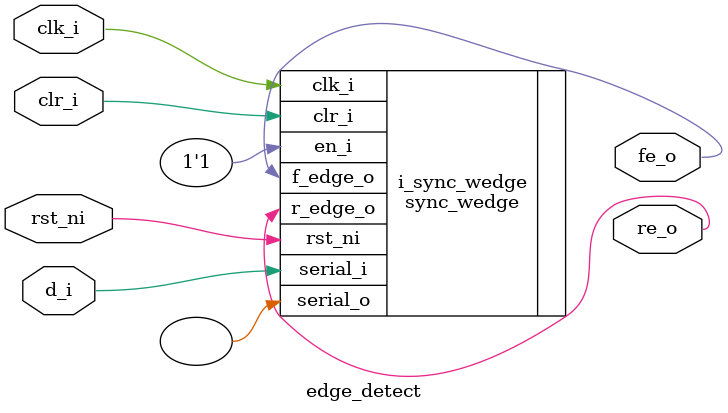
<source format=sv>


module edge_detect (
    input  logic clk_i,   // Clock
    input  logic rst_ni,  // Asynchronous reset active low
    input  logic clr_i,
    input  logic d_i,     // data stream in
    output logic re_o,    // rising edge detected
    output logic fe_o     // falling edge detected
);

    sync_wedge i_sync_wedge (
        .clk_i    ( clk_i  ),
        .rst_ni   ( rst_ni ),
	.clr_i    ( clr_i  ),
        .en_i     ( 1'b1   ),
        .serial_i ( d_i    ),
        .r_edge_o ( re_o   ),
        .f_edge_o ( fe_o   ),
        .serial_o (        )
    );

endmodule

</source>
